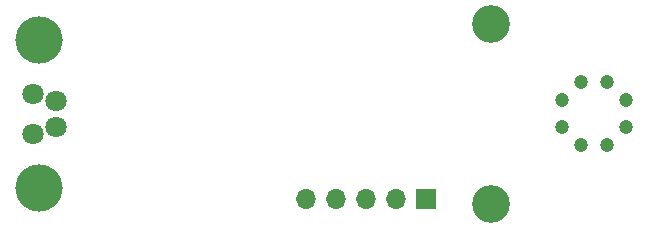
<source format=gbr>
%TF.GenerationSoftware,KiCad,Pcbnew,8.0.8*%
%TF.CreationDate,2025-03-12T20:30:10+01:00*%
%TF.ProjectId,TTS,5454532e-6b69-4636-9164-5f7063625858,rev?*%
%TF.SameCoordinates,PX2255100PY2ebae40*%
%TF.FileFunction,Soldermask,Bot*%
%TF.FilePolarity,Negative*%
%FSLAX46Y46*%
G04 Gerber Fmt 4.6, Leading zero omitted, Abs format (unit mm)*
G04 Created by KiCad (PCBNEW 8.0.8) date 2025-03-12 20:30:10*
%MOMM*%
%LPD*%
G01*
G04 APERTURE LIST*
%ADD10R,1.700000X1.700000*%
%ADD11O,1.700000X1.700000*%
%ADD12C,1.800000*%
%ADD13C,4.000000*%
%ADD14C,3.200000*%
%ADD15C,1.200000*%
G04 APERTURE END LIST*
D10*
%TO.C,J2*%
X135440000Y810000D03*
D11*
X132900000Y810000D03*
X130360001Y810000D03*
X127820000Y810000D03*
X125280000Y810000D03*
%TD*%
D12*
%TO.C,J1*%
X102200000Y6300000D03*
X104150000Y6925000D03*
X102200000Y9700000D03*
X104150000Y9075000D03*
D13*
X102700000Y14250000D03*
X102700000Y1750000D03*
%TD*%
D14*
%TO.C,H1*%
X141000000Y15600000D03*
%TD*%
%TO.C,H3*%
X141000000Y400000D03*
%TD*%
D15*
%TO.C,U2*%
X146980000Y9154872D03*
X148562564Y10737436D03*
X148562564Y5337436D03*
X152380000Y9154872D03*
X150797436Y5337436D03*
X152380000Y6920000D03*
X146980000Y6920000D03*
X150797436Y10737436D03*
%TD*%
M02*

</source>
